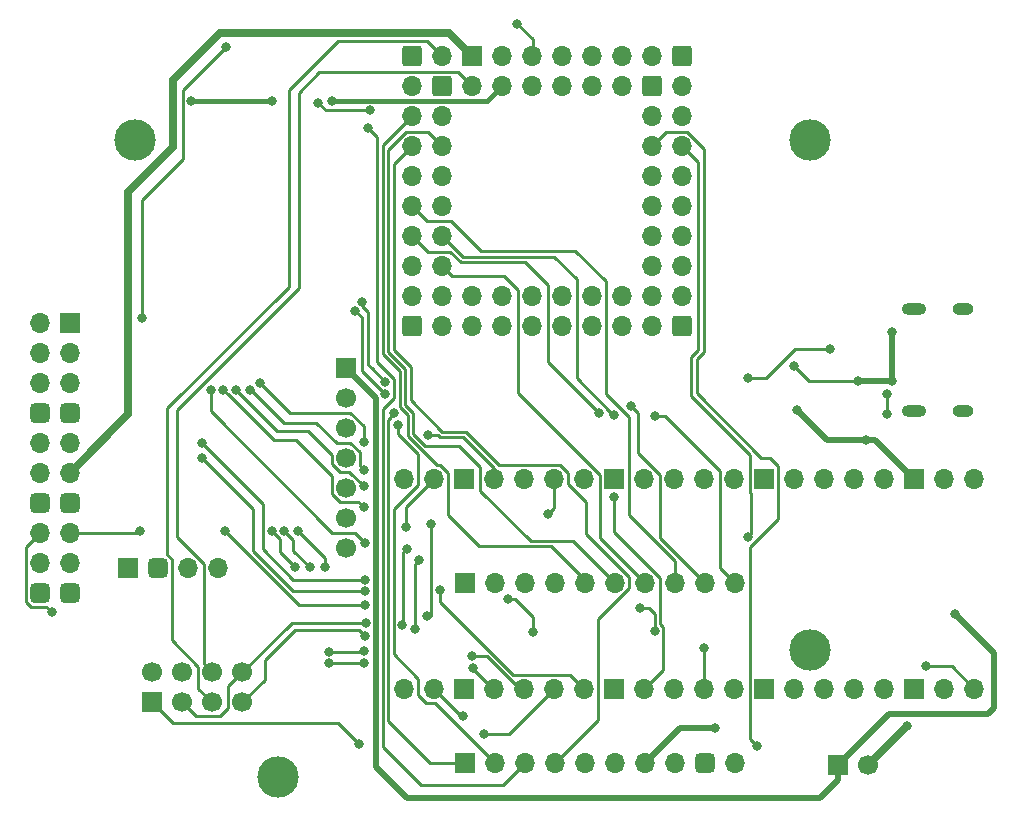
<source format=gbr>
%TF.GenerationSoftware,KiCad,Pcbnew,9.0.1*%
%TF.CreationDate,2025-04-18T18:57:09+02:00*%
%TF.ProjectId,hexapod2_cli,68657861-706f-4643-925f-636c692e6b69,rev?*%
%TF.SameCoordinates,Original*%
%TF.FileFunction,Copper,L2,Bot*%
%TF.FilePolarity,Positive*%
%FSLAX46Y46*%
G04 Gerber Fmt 4.6, Leading zero omitted, Abs format (unit mm)*
G04 Created by KiCad (PCBNEW 9.0.1) date 2025-04-18 18:57:09*
%MOMM*%
%LPD*%
G01*
G04 APERTURE LIST*
G04 Aperture macros list*
%AMRoundRect*
0 Rectangle with rounded corners*
0 $1 Rounding radius*
0 $2 $3 $4 $5 $6 $7 $8 $9 X,Y pos of 4 corners*
0 Add a 4 corners polygon primitive as box body*
4,1,4,$2,$3,$4,$5,$6,$7,$8,$9,$2,$3,0*
0 Add four circle primitives for the rounded corners*
1,1,$1+$1,$2,$3*
1,1,$1+$1,$4,$5*
1,1,$1+$1,$6,$7*
1,1,$1+$1,$8,$9*
0 Add four rect primitives between the rounded corners*
20,1,$1+$1,$2,$3,$4,$5,0*
20,1,$1+$1,$4,$5,$6,$7,0*
20,1,$1+$1,$6,$7,$8,$9,0*
20,1,$1+$1,$8,$9,$2,$3,0*%
%AMOutline5P*
0 Free polygon, 5 corners , with rotation*
0 The origin of the aperture is its center*
0 number of corners: always 5*
0 $1 to $10 corner X, Y*
0 $11 Rotation angle, in degrees counterclockwise*
0 create outline with 5 corners*
4,1,5,$1,$2,$3,$4,$5,$6,$7,$8,$9,$10,$1,$2,$11*%
%AMOutline6P*
0 Free polygon, 6 corners , with rotation*
0 The origin of the aperture is its center*
0 number of corners: always 6*
0 $1 to $12 corner X, Y*
0 $13 Rotation angle, in degrees counterclockwise*
0 create outline with 6 corners*
4,1,6,$1,$2,$3,$4,$5,$6,$7,$8,$9,$10,$11,$12,$1,$2,$13*%
%AMOutline7P*
0 Free polygon, 7 corners , with rotation*
0 The origin of the aperture is its center*
0 number of corners: always 7*
0 $1 to $14 corner X, Y*
0 $15 Rotation angle, in degrees counterclockwise*
0 create outline with 7 corners*
4,1,7,$1,$2,$3,$4,$5,$6,$7,$8,$9,$10,$11,$12,$13,$14,$1,$2,$15*%
%AMOutline8P*
0 Free polygon, 8 corners , with rotation*
0 The origin of the aperture is its center*
0 number of corners: always 8*
0 $1 to $16 corner X, Y*
0 $17 Rotation angle, in degrees counterclockwise*
0 create outline with 8 corners*
4,1,8,$1,$2,$3,$4,$5,$6,$7,$8,$9,$10,$11,$12,$13,$14,$15,$16,$1,$2,$17*%
G04 Aperture macros list end*
%TA.AperFunction,ComponentPad*%
%ADD10R,1.700000X1.700000*%
%TD*%
%TA.AperFunction,ComponentPad*%
%ADD11O,1.700000X1.700000*%
%TD*%
%TA.AperFunction,ComponentPad*%
%ADD12RoundRect,0.425000X0.425000X-0.425000X0.425000X0.425000X-0.425000X0.425000X-0.425000X-0.425000X0*%
%TD*%
%TA.AperFunction,ComponentPad*%
%ADD13C,1.700000*%
%TD*%
%TA.AperFunction,HeatsinkPad*%
%ADD14O,2.100000X1.000000*%
%TD*%
%TA.AperFunction,HeatsinkPad*%
%ADD15O,1.800000X1.000000*%
%TD*%
%TA.AperFunction,ComponentPad*%
%ADD16RoundRect,0.250000X-0.600000X-0.600000X0.600000X-0.600000X0.600000X0.600000X-0.600000X0.600000X0*%
%TD*%
%TA.AperFunction,ComponentPad*%
%ADD17Outline5P,-0.850000X0.510000X-0.510000X0.850000X0.850000X0.850000X0.850000X-0.850000X-0.850000X-0.850000X0.000000*%
%TD*%
%TA.AperFunction,ComponentPad*%
%ADD18RoundRect,0.425000X0.425000X0.425000X-0.425000X0.425000X-0.425000X-0.425000X0.425000X-0.425000X0*%
%TD*%
%TA.AperFunction,ViaPad*%
%ADD19C,3.500000*%
%TD*%
%TA.AperFunction,ViaPad*%
%ADD20C,0.800000*%
%TD*%
%TA.AperFunction,Conductor*%
%ADD21C,0.254000*%
%TD*%
%TA.AperFunction,Conductor*%
%ADD22C,0.250000*%
%TD*%
%TA.AperFunction,Conductor*%
%ADD23C,0.381000*%
%TD*%
%TA.AperFunction,Conductor*%
%ADD24C,0.508000*%
%TD*%
%TA.AperFunction,Conductor*%
%ADD25C,0.635000*%
%TD*%
G04 APERTURE END LIST*
D10*
%TO.P,J2,1,Pin_1*%
%TO.N,unconnected-(J2-Pin_1-Pad1)*%
X131764000Y-109113400D03*
D11*
%TO.P,J2,2,Pin_2*%
%TO.N,unconnected-(J2-Pin_2-Pad2)*%
X134304000Y-109113400D03*
%TO.P,J2,3,Pin_3*%
%TO.N,/V_S_bat*%
X136844000Y-109113400D03*
%TO.P,J2,4,Pin_4*%
%TO.N,/V_pot*%
X139384000Y-109113400D03*
%TO.P,J2,5,Pin_5*%
%TO.N,/TX_SC*%
X141924000Y-109113400D03*
%TO.P,J2,6,Pin_6*%
%TO.N,/RX_SC*%
X144464000Y-109113400D03*
%TO.P,J2,7,Pin_7*%
%TO.N,/SPI_CS_3280*%
X147004000Y-109113400D03*
%TO.P,J2,8,Pin_8*%
%TO.N,/SPI_CLK_3280*%
X149544000Y-109113400D03*
%TO.P,J2,9,Pin_9*%
%TO.N,/SPI_RX_3280*%
X152084000Y-109113400D03*
%TO.P,J2,10,Pin_10*%
%TO.N,/SPI_TX_3280*%
X154624000Y-109113400D03*
%TD*%
%TO.P,U1,1,GPIO0*%
%TO.N,/RX_Cl*%
X174880000Y-100330000D03*
%TO.P,U1,2,GPIO1*%
%TO.N,/TX_Cl*%
X172340000Y-100330000D03*
D10*
%TO.P,U1,3,GND*%
%TO.N,GND1*%
X169800000Y-100330000D03*
D11*
%TO.P,U1,4,GPIO2*%
%TO.N,Net-(U1-GPIO2)*%
X167260000Y-100330000D03*
%TO.P,U1,5,GPIO3*%
%TO.N,Net-(U1-GPIO3)*%
X164720000Y-100330000D03*
%TO.P,U1,6,GPIO4*%
%TO.N,unconnected-(U1-GPIO4-Pad6)*%
X162180000Y-100330000D03*
%TO.P,U1,7,GPIO5*%
%TO.N,unconnected-(U1-GPIO5-Pad7)*%
X159640000Y-100330000D03*
D10*
%TO.P,U1,8,GND*%
%TO.N,unconnected-(U1-GND-Pad8)*%
X157100000Y-100330000D03*
D11*
%TO.P,U1,9,GPIO6*%
%TO.N,unconnected-(U1-GPIO6-Pad9)*%
X154560000Y-100330000D03*
%TO.P,U1,10,GPIO7*%
%TO.N,unconnected-(U1-GPIO7-Pad10)*%
X152020000Y-100330000D03*
%TO.P,U1,11,GPIO8*%
%TO.N,/_TX*%
X149480000Y-100330000D03*
%TO.P,U1,12,GPIO9*%
%TO.N,/_RX*%
X146940000Y-100330000D03*
D10*
%TO.P,U1,13,GND*%
%TO.N,unconnected-(U1-GND-Pad13)*%
X144400000Y-100330000D03*
D11*
%TO.P,U1,14,GPIO10*%
%TO.N,unconnected-(U1-GPIO10-Pad14)*%
X141860000Y-100330000D03*
%TO.P,U1,15,GPIO11*%
%TO.N,/_D2*%
X139320000Y-100330000D03*
%TO.P,U1,16,GPIO12*%
%TO.N,/_SDA*%
X136780000Y-100330000D03*
%TO.P,U1,17,GPIO13*%
%TO.N,/_SCL*%
X134240000Y-100330000D03*
D10*
%TO.P,U1,18,GND*%
%TO.N,unconnected-(U1-GND-Pad18)*%
X131700000Y-100330000D03*
D11*
%TO.P,U1,19,GPIO14*%
%TO.N,/TFT_BL*%
X129160000Y-100330000D03*
%TO.P,U1,20,GPIO15*%
%TO.N,unconnected-(U1-GPIO15-Pad20)*%
X126620000Y-100330000D03*
%TO.P,U1,21,GPIO16*%
%TO.N,/SPI_RX*%
X126620000Y-118110000D03*
%TO.P,U1,22,GPIO17*%
%TO.N,/TFT_CS*%
X129160000Y-118110000D03*
D10*
%TO.P,U1,23,GND*%
%TO.N,GND*%
X131700000Y-118110000D03*
D11*
%TO.P,U1,24,GPIO18*%
%TO.N,/TFT_CLK*%
X134240000Y-118110000D03*
%TO.P,U1,25,GPIO19*%
%TO.N,/TFT_TX*%
X136780000Y-118110000D03*
%TO.P,U1,26,GPIO20*%
%TO.N,/_D0*%
X139320000Y-118110000D03*
%TO.P,U1,27,GPIO21*%
%TO.N,/_D1*%
X141860000Y-118110000D03*
D10*
%TO.P,U1,28,GND*%
%TO.N,unconnected-(U1-GND-Pad28)*%
X144400000Y-118110000D03*
D11*
%TO.P,U1,29,GPIO22*%
%TO.N,/TFT_DC*%
X146940000Y-118110000D03*
%TO.P,U1,30,RUN*%
%TO.N,unconnected-(U1-RUN-Pad30)*%
X149480000Y-118110000D03*
%TO.P,U1,31,GPIO26_ADC0*%
%TO.N,/ADC0*%
X152020000Y-118110000D03*
%TO.P,U1,32,GPIO27_ADC1*%
%TO.N,/ADC1*%
X154560000Y-118110000D03*
D10*
%TO.P,U1,33,AGND*%
%TO.N,unconnected-(U1-AGND-Pad33)*%
X157100000Y-118110000D03*
D11*
%TO.P,U1,34,GPIO28_ADC2*%
%TO.N,/V_pot*%
X159640000Y-118110000D03*
%TO.P,U1,35,ADC_VREF*%
%TO.N,unconnected-(U1-ADC_VREF-Pad35)*%
X162180000Y-118110000D03*
%TO.P,U1,36,3V3*%
%TO.N,+3.3VA*%
X164720000Y-118110000D03*
%TO.P,U1,37,3V3_EN*%
%TO.N,unconnected-(U1-3V3_EN-Pad37)*%
X167260000Y-118110000D03*
D10*
%TO.P,U1,38,GND*%
%TO.N,unconnected-(U1-GND-Pad38)*%
X169800000Y-118110000D03*
D11*
%TO.P,U1,39,VSYS*%
%TO.N,Net-(Q1-S)*%
X172340000Y-118110000D03*
%TO.P,U1,40,VBUS*%
%TO.N,Net-(J8-Pin_2)*%
X174880000Y-118110000D03*
%TD*%
D10*
%TO.P,J1,1,Pin_1*%
%TO.N,/SCL1*%
X131764000Y-124353400D03*
D11*
%TO.P,J1,2,Pin_2*%
%TO.N,/SDA1*%
X134304000Y-124353400D03*
%TO.P,J1,3,Pin_3*%
%TO.N,/LED_y*%
X136844000Y-124353400D03*
%TO.P,J1,4,Pin_4*%
%TO.N,/buzzer*%
X139384000Y-124353400D03*
%TO.P,J1,5,Pin_5*%
%TO.N,unconnected-(J1-Pin_5-Pad5)*%
X141924000Y-124353400D03*
%TO.P,J1,6,Pin_6*%
%TO.N,unconnected-(J1-Pin_6-Pad6)*%
X144464000Y-124353400D03*
%TO.P,J1,7,Pin_7*%
%TO.N,+3.3VA*%
X147004000Y-124353400D03*
%TO.P,J1,8,Pin_8*%
%TO.N,unconnected-(J1-Pin_8-Pad8)*%
X149544000Y-124353400D03*
D12*
%TO.P,J1,9,Pin_9*%
%TO.N,GND*%
X152084000Y-124353400D03*
D11*
%TO.P,J1,10,Pin_10*%
%TO.N,/Bat*%
X154624000Y-124353400D03*
%TD*%
D10*
%TO.P,J7,1,Pin_1*%
%TO.N,+3.3VA*%
X105283000Y-119253000D03*
D13*
%TO.P,J7,2,Pin_2*%
%TO.N,Net-(J7-Pin_2)*%
X105283000Y-116713000D03*
%TO.P,J7,3,Pin_3*%
%TO.N,/TX_Cl*%
X107823000Y-119253000D03*
%TO.P,J7,4,Pin_4*%
%TO.N,/RX_Cl*%
X107823000Y-116713000D03*
%TO.P,J7,5,Pin_5*%
%TO.N,/TX_Srv*%
X110363000Y-119253000D03*
%TO.P,J7,6,Pin_6*%
%TO.N,/RX_Srv*%
X110363000Y-116713000D03*
%TO.P,J7,7,Pin_7*%
%TO.N,/RX_Cl*%
X112903000Y-119253000D03*
%TO.P,J7,8,Pin_8*%
%TO.N,/TX_Cl*%
X112903000Y-116713000D03*
%TD*%
D10*
%TO.P,J5,1,Pin_1*%
%TO.N,+5V*%
X121666000Y-90932000D03*
D13*
%TO.P,J5,2,Pin_2*%
%TO.N,/TFT_CS*%
X121666000Y-93472000D03*
%TO.P,J5,3,Pin_3*%
%TO.N,/TFT_CLK*%
X121666000Y-96012000D03*
%TO.P,J5,4,Pin_4*%
%TO.N,/TFT_TX*%
X121666000Y-98552000D03*
%TO.P,J5,5,Pin_5*%
%TO.N,/TFT_DC*%
X121666000Y-101092000D03*
%TO.P,J5,6,Pin_6*%
%TO.N,/TFT_BL*%
X121666000Y-103632000D03*
%TO.P,J5,7,Pin_7*%
%TO.N,GND*%
X121666000Y-106172000D03*
%TD*%
D10*
%TO.P,J8,1,Pin_1*%
%TO.N,+5V*%
X163322000Y-124587000D03*
D13*
%TO.P,J8,2,Pin_2*%
%TO.N,Net-(J8-Pin_2)*%
X165862000Y-124587000D03*
%TD*%
D10*
%TO.P,J4,1,Pin_1*%
%TO.N,+5V*%
X103200200Y-107848400D03*
D12*
%TO.P,J4,2,Pin_2*%
%TO.N,GND*%
X105740200Y-107848400D03*
D11*
%TO.P,J4,3,Pin_3*%
%TO.N,unconnected-(J4-Pin_3-Pad3)*%
X108280200Y-107848400D03*
%TO.P,J4,4,Pin_4*%
%TO.N,unconnected-(J4-Pin_4-Pad4)*%
X110820200Y-107848400D03*
%TD*%
D14*
%TO.P,J6,S1,SHIELD*%
%TO.N,unconnected-(J6-SHIELD-PadS1)_1*%
X169742000Y-94617000D03*
D15*
%TO.N,unconnected-(J6-SHIELD-PadS1)*%
X173922000Y-94617000D03*
D14*
%TO.N,unconnected-(J6-SHIELD-PadS1)_2*%
X169742000Y-85977000D03*
D15*
%TO.N,unconnected-(J6-SHIELD-PadS1)_3*%
X173922000Y-85977000D03*
%TD*%
D16*
%TO.P,U3,-0*%
%TO.N,N/C*%
X127254000Y-64516000D03*
%TO.P,U3,-1*%
X150114000Y-64516000D03*
%TO.P,U3,-2*%
X129794000Y-67056000D03*
%TO.P,U3,-3*%
X147574000Y-67056000D03*
%TO.P,U3,-4,GND*%
%TO.N,GND*%
X127254000Y-87376000D03*
%TO.P,U3,-5*%
%TO.N,N/C*%
X150114000Y-87376000D03*
D11*
%TO.P,U3,0,GP0*%
%TO.N,/RX_Srv*%
X132334000Y-67056000D03*
%TO.P,U3,1,GP1*%
%TO.N,/TX_Srv*%
X129794000Y-64516000D03*
%TO.P,U3,2,GP2*%
%TO.N,/LED_y*%
X127254000Y-67056000D03*
%TO.P,U3,3,GP3*%
%TO.N,/NPix1*%
X129794000Y-69596000D03*
%TO.P,U3,3E,3V3_EN*%
%TO.N,unconnected-(U3-3V3_EN-Pad3E)*%
X134874000Y-64516000D03*
%TO.P,U3,3V,3V3*%
%TO.N,+3.3V*%
X134874000Y-67056000D03*
%TO.P,U3,4,GP4*%
%TO.N,/TX_SC*%
X127254000Y-69596000D03*
%TO.P,U3,5,GP5*%
%TO.N,/RX_SC*%
X129794000Y-72136000D03*
%TO.P,U3,6,GP6*%
%TO.N,/buzzer*%
X127254000Y-72136000D03*
%TO.P,U3,7,GP7*%
%TO.N,Net-(U3-GP7)*%
X129794000Y-74676000D03*
%TO.P,U3,8,GP8*%
%TO.N,Net-(U3-GP8)*%
X127254000Y-74676000D03*
%TO.P,U3,9,GP9*%
%TO.N,unconnected-(U3-GP9-Pad9)*%
X129794000Y-77216000D03*
%TO.P,U3,10,GP10*%
%TO.N,/SPI_CLK_3280*%
X127254000Y-77216000D03*
%TO.P,U3,11,GP11*%
%TO.N,/SPI_TX_3280*%
X129794000Y-79756000D03*
%TO.P,U3,12,GP12*%
%TO.N,/SPI_RX_3280*%
X127254000Y-79756000D03*
%TO.P,U3,13,GP13*%
%TO.N,/SPI_CS_3280*%
X129794000Y-82296000D03*
%TO.P,U3,14,GP14*%
%TO.N,unconnected-(U3-GP14-Pad14)*%
X127254000Y-82296000D03*
%TO.P,U3,15,GP15*%
%TO.N,unconnected-(U3-GP15-Pad15)*%
X129794000Y-84836000D03*
%TO.P,U3,16,GP16*%
%TO.N,unconnected-(U3-GP16-Pad16)*%
X127254000Y-84836000D03*
%TO.P,U3,17,GP17*%
%TO.N,unconnected-(U3-GP17-Pad17)*%
X129794000Y-87376000D03*
%TO.P,U3,18,GP18*%
%TO.N,/SDA1*%
X132334000Y-87376000D03*
%TO.P,U3,19,GP19*%
%TO.N,/SCL1*%
X132334000Y-84836000D03*
%TO.P,U3,20,GP20*%
%TO.N,unconnected-(U3-GP20-Pad20)*%
X134874000Y-87376000D03*
%TO.P,U3,21,GP21*%
%TO.N,unconnected-(U3-GP21-Pad21)*%
X134874000Y-84836000D03*
%TO.P,U3,22,GP22*%
%TO.N,unconnected-(U3-GP22-Pad22)*%
X137414000Y-87376000D03*
%TO.P,U3,23,GP23*%
%TO.N,unconnected-(U3-GP23-Pad23)*%
X137414000Y-84836000D03*
%TO.P,U3,24,GP24*%
%TO.N,unconnected-(U3-GP24-Pad24)*%
X139954000Y-87376000D03*
%TO.P,U3,25,GP25*%
%TO.N,unconnected-(U3-GP25-Pad25)*%
X139954000Y-84836000D03*
%TO.P,U3,26,GP26*%
%TO.N,unconnected-(U3-GP26-Pad26)*%
X142494000Y-87376000D03*
%TO.P,U3,27,GP27*%
%TO.N,unconnected-(U3-GP27-Pad27)*%
X142494000Y-84836000D03*
%TO.P,U3,28,GP28*%
%TO.N,unconnected-(U3-GP28-Pad28)*%
X145034000Y-87376000D03*
%TO.P,U3,29,GP29*%
%TO.N,unconnected-(U3-GP29-Pad29)*%
X145034000Y-84836000D03*
%TO.P,U3,30,GP30*%
%TO.N,unconnected-(U3-GP30-Pad30)*%
X147574000Y-87376000D03*
%TO.P,U3,31,GP31*%
%TO.N,unconnected-(U3-GP31-Pad31)*%
X147574000Y-84836000D03*
%TO.P,U3,32,GP32*%
%TO.N,unconnected-(U3-GP32-Pad32)*%
X150114000Y-84836000D03*
%TO.P,U3,33,GP33*%
%TO.N,unconnected-(U3-GP33-Pad33)*%
X147574000Y-82296000D03*
%TO.P,U3,34,GP34*%
%TO.N,unconnected-(U3-GP34-Pad34)*%
X150114000Y-82296000D03*
%TO.P,U3,35,GP35*%
%TO.N,unconnected-(U3-GP35-Pad35)*%
X147574000Y-79756000D03*
%TO.P,U3,36,GP36*%
%TO.N,unconnected-(U3-GP36-Pad36)*%
X150114000Y-79756000D03*
%TO.P,U3,37,GP37*%
%TO.N,unconnected-(U3-GP37-Pad37)*%
X147574000Y-77216000D03*
%TO.P,U3,38,GP38*%
%TO.N,unconnected-(U3-GP38-Pad38)*%
X150114000Y-77216000D03*
%TO.P,U3,39,GP39*%
%TO.N,unconnected-(U3-GP39-Pad39)*%
X147574000Y-74676000D03*
%TO.P,U3,40,GP40*%
%TO.N,unconnected-(U3-GP40-Pad40)*%
X150114000Y-74676000D03*
%TO.P,U3,41,GP41*%
%TO.N,/V_L_bat*%
X147574000Y-72136000D03*
%TO.P,U3,42,GP24*%
%TO.N,/V_S_bat*%
X150114000Y-72136000D03*
%TO.P,U3,43,GP43*%
%TO.N,unconnected-(U3-GP43-Pad43)*%
X147574000Y-69596000D03*
%TO.P,U3,44,GP44*%
%TO.N,unconnected-(U3-GP44-Pad44)*%
X150114000Y-69596000D03*
%TO.P,U3,45,GP45*%
%TO.N,unconnected-(U3-GP45-Pad45)*%
X150114000Y-67056000D03*
%TO.P,U3,46,GP46*%
%TO.N,unconnected-(U3-GP46-Pad46)*%
X147574000Y-64516000D03*
%TO.P,U3,47,GP47*%
%TO.N,unconnected-(U3-GP47-Pad47)*%
X145034000Y-67056000D03*
%TO.P,U3,AV,ADC_REF*%
%TO.N,unconnected-(U3-ADC_REF-PadAV)*%
X137414000Y-67056000D03*
%TO.P,U3,BS,BOOT_SEL*%
%TO.N,/BootSel*%
X145034000Y-64516000D03*
%TO.P,U3,RU,RUN*%
%TO.N,/Run*%
X137414000Y-64516000D03*
%TO.P,U3,SC,SWCLK*%
%TO.N,unconnected-(U3-SWCLK-PadSC)*%
X139954000Y-67056000D03*
%TO.P,U3,SD,SWDIO*%
%TO.N,unconnected-(U3-SWDIO-PadSD)*%
X142494000Y-67056000D03*
%TO.P,U3,U+,USB_DP*%
%TO.N,/DP*%
X139954000Y-64516000D03*
%TO.P,U3,U-,USB_DM*%
%TO.N,/DM*%
X142494000Y-64516000D03*
D17*
%TO.P,U3,VB,VBUS*%
%TO.N,+5V*%
X132334000Y-64516000D03*
%TD*%
D10*
%TO.P,J3,1,Pin_1*%
%TO.N,/_SDA*%
X98298000Y-87122000D03*
D11*
%TO.P,J3,2,Pin_2*%
%TO.N,/_TX*%
X95758000Y-87122000D03*
%TO.P,J3,3,Pin_3*%
%TO.N,/_SCL*%
X98298000Y-89662000D03*
%TO.P,J3,4,Pin_4*%
%TO.N,/_RX*%
X95758000Y-89662000D03*
%TO.P,J3,5,Pin_5*%
%TO.N,+3.3V*%
X98298000Y-92202000D03*
%TO.P,J3,6,Pin_6*%
%TO.N,/_D1*%
X95758000Y-92202000D03*
D18*
%TO.P,J3,7,Pin_7*%
%TO.N,GND*%
X98298000Y-94742000D03*
%TO.P,J3,8,Pin_8*%
X95758000Y-94742000D03*
D11*
%TO.P,J3,9,Pin_9*%
%TO.N,/_Ai1*%
X98298000Y-97282000D03*
%TO.P,J3,10,Pin_10*%
%TO.N,/_Ai0*%
X95758000Y-97282000D03*
%TO.P,J3,11,Pin_11*%
%TO.N,+5V*%
X98298000Y-99822000D03*
%TO.P,J3,12,Pin_12*%
X95758000Y-99822000D03*
D18*
%TO.P,J3,13,Pin_13*%
%TO.N,GND*%
X98298000Y-102362000D03*
%TO.P,J3,14,Pin_14*%
X95758000Y-102362000D03*
D11*
%TO.P,J3,15,Pin_15*%
%TO.N,/_D2*%
X98298000Y-104902000D03*
%TO.P,J3,16,Pin_16*%
%TO.N,/_D0*%
X95758000Y-104902000D03*
%TO.P,J3,17,Pin_17*%
%TO.N,+5V*%
X98298000Y-107442000D03*
%TO.P,J3,18,Pin_18*%
X95758000Y-107442000D03*
D18*
%TO.P,J3,19,Pin_19*%
%TO.N,GND*%
X98298000Y-109982000D03*
%TO.P,J3,20,Pin_20*%
X95758000Y-109982000D03*
%TD*%
D19*
%TO.N,*%
X160999400Y-114828400D03*
X115914400Y-125598000D03*
X103824000Y-71648400D03*
X160974000Y-71648400D03*
D20*
%TO.N,/LED_y*%
X123571000Y-70612000D03*
%TO.N,/_SDA*%
X123190000Y-100965000D03*
X112395000Y-92837000D03*
%TO.N,/_SCL*%
X114427000Y-92202000D03*
X128651000Y-96572000D03*
X123190000Y-97188000D03*
%TO.N,/_D2*%
X123317000Y-110998000D03*
X111439681Y-104714319D03*
X128524000Y-111977000D03*
X104267000Y-104714319D03*
X138811000Y-103341000D03*
X128905000Y-104140000D03*
%TO.N,+3.3V*%
X120523000Y-68326000D03*
X115443000Y-68326000D03*
X108585000Y-68326000D03*
%TO.N,/V_S_bat*%
X155738000Y-105247000D03*
%TO.N,/SPI_RX_3280*%
X143117939Y-94743073D03*
X145796000Y-94147067D03*
%TO.N,/SPI_TX_3280*%
X147828000Y-94996000D03*
X144392933Y-94875067D03*
%TO.N,+5V*%
X173228000Y-111760000D03*
%TO.N,/RX_Cl*%
X127889000Y-107188000D03*
X127508000Y-113030000D03*
X123317000Y-113665000D03*
%TO.N,/TX_Cl*%
X126873000Y-106299000D03*
X123352000Y-112522000D03*
X126457000Y-112704000D03*
%TO.N,/SCL1*%
X125720265Y-94751357D03*
%TO.N,/SDA1*%
X126111000Y-95758000D03*
%TO.N,/_D0*%
X133350000Y-121920000D03*
X96774000Y-111633000D03*
%TO.N,/_TX*%
X123190000Y-102743000D03*
X111252000Y-92837000D03*
%TO.N,/V_L_bat*%
X156464000Y-122901000D03*
%TO.N,/NPix1*%
X123698000Y-69116500D03*
X119339368Y-68481500D03*
%TO.N,+3.3VA*%
X122809000Y-122809000D03*
X152908000Y-121412000D03*
%TO.N,/TFT_CS*%
X115406000Y-104775000D03*
X117348000Y-107823000D03*
X131572000Y-120396000D03*
%TO.N,/TFT_CLK*%
X132455933Y-116325933D03*
X116459000Y-104775000D03*
X120269000Y-115951000D03*
X123190000Y-115951000D03*
X118618000Y-107823000D03*
%TO.N,/TFT_TX*%
X117602000Y-104775000D03*
X123190000Y-114935000D03*
X120269000Y-114950997D03*
X132334000Y-115316000D03*
X119888000Y-107823000D03*
%TO.N,/TFT_DC*%
X144399000Y-101891000D03*
%TO.N,/TFT_BL*%
X126746000Y-104394000D03*
%TO.N,/_RX*%
X123190000Y-99568000D03*
X113572076Y-92802923D03*
%TO.N,/_D1*%
X110236000Y-92837000D03*
X123317000Y-105791000D03*
X129667000Y-109765000D03*
%TO.N,/_Ai0*%
X109474000Y-98552000D03*
X146558000Y-111252000D03*
X123317000Y-109855000D03*
X147828000Y-113208000D03*
%TO.N,/_Ai1*%
X137541000Y-113284000D03*
X109474000Y-97282000D03*
X123317000Y-108854997D03*
X135382000Y-110490000D03*
%TO.N,/ADC0*%
X152019000Y-114681000D03*
%TO.N,/Run*%
X111506000Y-63754000D03*
X104394000Y-86741000D03*
X136207500Y-61785500D03*
%TO.N,Net-(U1-GPIO3)*%
X122428000Y-86141000D03*
X125024726Y-93161274D03*
%TO.N,Net-(U1-GPIO2)*%
X123053945Y-85361129D03*
X125025726Y-92134142D03*
%TO.N,Net-(D6-A)*%
X167894000Y-87884000D03*
X167954342Y-92009483D03*
X159632933Y-90798933D03*
X165011136Y-92025642D03*
%TO.N,/STAT*%
X162687000Y-89347000D03*
X155702000Y-91821000D03*
%TO.N,Net-(U2-PROG)*%
X167513000Y-94834000D03*
X167501120Y-93126000D03*
%TO.N,GND1*%
X165735000Y-97028000D03*
X159893000Y-94488000D03*
%TO.N,Net-(J8-Pin_2)*%
X170815000Y-116205000D03*
X169164000Y-121285000D03*
%TD*%
D21*
%TO.N,/LED_y*%
X123571000Y-70612000D02*
X124333000Y-71374000D01*
X124788000Y-123010000D02*
X128016000Y-126238000D01*
X128016000Y-126238000D02*
X134959400Y-126238000D01*
X134959400Y-126238000D02*
X136844000Y-124353400D01*
X124788000Y-94427548D02*
X124788000Y-123010000D01*
X124333000Y-71374000D02*
X124333000Y-90411866D01*
X125752726Y-91831592D02*
X125752726Y-93462822D01*
X124333000Y-90411866D02*
X125752726Y-91831592D01*
X125752726Y-93462822D02*
X124788000Y-94427548D01*
%TO.N,/buzzer*%
X127171433Y-93643433D02*
X129849000Y-96321000D01*
X142045544Y-102294544D02*
X142045544Y-105029000D01*
X129849000Y-96321000D02*
X131820819Y-96321000D01*
X125730000Y-89399532D02*
X127171433Y-90840966D01*
X143038000Y-120699400D02*
X139384000Y-124353400D01*
X127254000Y-72136000D02*
X125730000Y-73660000D01*
X143038000Y-112205344D02*
X143038000Y-120699400D01*
X145642000Y-109601344D02*
X143038000Y-112205344D01*
X134620000Y-99120181D02*
X139776125Y-99120181D01*
X140498000Y-100747000D02*
X142045544Y-102294544D01*
X131820819Y-96321000D02*
X134620000Y-99120181D01*
X139776125Y-99120181D02*
X140498000Y-99842056D01*
X142045544Y-105029000D02*
X145642000Y-108625456D01*
X125730000Y-73660000D02*
X125730000Y-89399532D01*
X140498000Y-99842056D02*
X140498000Y-100747000D01*
X145642000Y-108625456D02*
X145642000Y-109601344D01*
X127171433Y-90840966D02*
X127171433Y-93643433D01*
%TO.N,/TX_SC*%
X127254000Y-69596000D02*
X124788000Y-72062000D01*
X139065000Y-106045000D02*
X141924000Y-108904000D01*
X124788000Y-89744468D02*
X126261433Y-91217901D01*
X129369532Y-99152000D02*
X129647944Y-99152000D01*
X129647944Y-99152000D02*
X130338000Y-99842056D01*
X126926000Y-96708468D02*
X129369532Y-99152000D01*
X141924000Y-108904000D02*
X141924000Y-109113400D01*
X130338000Y-103414000D02*
X132969000Y-106045000D01*
X130338000Y-99842056D02*
X130338000Y-103414000D01*
X126261433Y-94265901D02*
X126926000Y-94930468D01*
X126926000Y-94930468D02*
X126926000Y-96708468D01*
X126261433Y-91217901D02*
X126261433Y-94265901D01*
X124788000Y-72062000D02*
X124788000Y-89744468D01*
X132969000Y-106045000D02*
X139065000Y-106045000D01*
%TO.N,/RX_SC*%
X133062000Y-99336000D02*
X133062000Y-101312000D01*
X133062000Y-101312000D02*
X137340000Y-105590000D01*
X128616000Y-70958000D02*
X126766056Y-70958000D01*
X127381000Y-94742000D02*
X127381000Y-96520000D01*
X126716433Y-91029433D02*
X126716433Y-94077433D01*
X126716433Y-94077433D02*
X127381000Y-94742000D01*
X125243000Y-89556000D02*
X126716433Y-91029433D01*
X140940600Y-105590000D02*
X144464000Y-109113400D01*
X128363000Y-97502000D02*
X131228000Y-97502000D01*
X127381000Y-96520000D02*
X128363000Y-97502000D01*
X129794000Y-72136000D02*
X128616000Y-70958000D01*
X126766056Y-70958000D02*
X125243000Y-72481056D01*
X137340000Y-105590000D02*
X140940600Y-105590000D01*
X131228000Y-97502000D02*
X133062000Y-99336000D01*
X125243000Y-72481056D02*
X125243000Y-89556000D01*
D22*
%TO.N,/_SDA*%
X118510968Y-96285968D02*
X115843968Y-96285968D01*
X120490000Y-99039116D02*
X120490000Y-98265000D01*
X122842000Y-100617000D02*
X122842000Y-100604884D01*
X122141000Y-99916000D02*
X121953000Y-99728000D01*
X120490000Y-98265000D02*
X118510968Y-96285968D01*
X122842000Y-100604884D02*
X122153116Y-99916000D01*
X115843968Y-96285968D02*
X112395000Y-92837000D01*
X123190000Y-100965000D02*
X122842000Y-100617000D01*
X121953000Y-99728000D02*
X121178884Y-99728000D01*
X122153116Y-99916000D02*
X122141000Y-99916000D01*
X121178884Y-99728000D02*
X120490000Y-99039116D01*
%TO.N,/_SCL*%
X134240000Y-99380820D02*
X134240000Y-100330000D01*
X128651000Y-96572000D02*
X129459361Y-96572000D01*
X129459361Y-96572000D02*
X129661362Y-96774000D01*
X129661362Y-96774000D02*
X131633180Y-96774000D01*
X122059116Y-94742000D02*
X116967000Y-94742000D01*
X123190000Y-97188000D02*
X123190000Y-95872884D01*
X123190000Y-95872884D02*
X122059116Y-94742000D01*
X116967000Y-94742000D02*
X114427000Y-92202000D01*
X131633180Y-96774000D02*
X134240000Y-99380820D01*
D21*
%TO.N,/_D2*%
X98552000Y-104648000D02*
X98298000Y-104902000D01*
X138811000Y-103341000D02*
X139320000Y-102832000D01*
X128905000Y-111940000D02*
X128868000Y-111977000D01*
X104267000Y-104714319D02*
X104079319Y-104902000D01*
X104079319Y-104902000D02*
X98298000Y-104902000D01*
X128868000Y-111977000D02*
X128524000Y-111977000D01*
X139320000Y-102832000D02*
X139320000Y-100330000D01*
X128905000Y-104140000D02*
X128905000Y-111940000D01*
X111439681Y-104714319D02*
X117723362Y-110998000D01*
X111439681Y-104714319D02*
X111373362Y-104648000D01*
X117723362Y-110998000D02*
X123317000Y-110998000D01*
D23*
%TO.N,+3.3V*%
X134874000Y-67056000D02*
X133604000Y-68326000D01*
X133604000Y-68326000D02*
X120523000Y-68326000D01*
X115443000Y-68326000D02*
X108585000Y-68326000D01*
D21*
%TO.N,/V_S_bat*%
X150876000Y-93286000D02*
X150876000Y-90043000D01*
X150876000Y-90043000D02*
X151511000Y-89408000D01*
X155956000Y-105029000D02*
X155956000Y-101508000D01*
X151511000Y-89408000D02*
X151511000Y-73533000D01*
X155738000Y-105247000D02*
X155956000Y-105029000D01*
X155922000Y-101508000D02*
X155922000Y-98332000D01*
X155956000Y-101508000D02*
X155922000Y-101508000D01*
X151511000Y-73533000D02*
X150114000Y-72136000D01*
X155922000Y-98332000D02*
X150876000Y-93286000D01*
%TO.N,/SPI_CS_3280*%
X143222000Y-105331400D02*
X147004000Y-109113400D01*
X130644000Y-83146000D02*
X135033944Y-83146000D01*
X136236000Y-93040056D02*
X143222000Y-100026056D01*
X129794000Y-82296000D02*
X130644000Y-83146000D01*
X136236000Y-84348056D02*
X136236000Y-93040056D01*
X135033944Y-83146000D02*
X136236000Y-84348056D01*
X143222000Y-100026056D02*
X143222000Y-105331400D01*
%TO.N,/SPI_CLK_3280*%
X145669000Y-95123000D02*
X145669000Y-103378000D01*
X141097000Y-81026000D02*
X143672000Y-83601000D01*
X143672000Y-93126000D02*
X145669000Y-95123000D01*
X128524000Y-78486000D02*
X130556000Y-78486000D01*
X130556000Y-78486000D02*
X133096000Y-81026000D01*
X145669000Y-103378000D02*
X149544000Y-107253000D01*
X127254000Y-77216000D02*
X128524000Y-78486000D01*
X143672000Y-83601000D02*
X143672000Y-93126000D01*
X133096000Y-81026000D02*
X141097000Y-81026000D01*
X149544000Y-107253000D02*
X149544000Y-109113400D01*
%TO.N,/SPI_RX_3280*%
X131383533Y-81989000D02*
X136853000Y-81989000D01*
X128616000Y-81118000D02*
X130512532Y-81118000D01*
X146431000Y-98155056D02*
X148302000Y-100026056D01*
X127254000Y-79756000D02*
X128616000Y-81118000D01*
X138776000Y-83912000D02*
X138776000Y-90389000D01*
X148302000Y-105331400D02*
X152084000Y-109113400D01*
X145796000Y-94147067D02*
X146431000Y-94782067D01*
X138776000Y-90389000D02*
X142875000Y-94488000D01*
X142875000Y-94500134D02*
X143117939Y-94743073D01*
X136853000Y-81989000D02*
X138776000Y-83912000D01*
X146431000Y-94782067D02*
X146431000Y-98155056D01*
X148302000Y-100026056D02*
X148302000Y-105331400D01*
X130512532Y-81118000D02*
X131383533Y-81989000D01*
X142875000Y-94488000D02*
X142875000Y-94500134D01*
%TO.N,/SPI_TX_3280*%
X141224000Y-91821000D02*
X144145000Y-94742000D01*
X131572000Y-81534000D02*
X139319000Y-81534000D01*
X148717000Y-94996000D02*
X153382000Y-99661000D01*
X144278067Y-94875067D02*
X144392933Y-94875067D01*
X144145000Y-94742000D02*
X144278067Y-94875067D01*
X141224000Y-83439000D02*
X141224000Y-83693000D01*
X147828000Y-94996000D02*
X148717000Y-94996000D01*
X129794000Y-79756000D02*
X131572000Y-81534000D01*
X139319000Y-81534000D02*
X141224000Y-83439000D01*
X141224000Y-83693000D02*
X141224000Y-91821000D01*
X153382000Y-107871400D02*
X154624000Y-109113400D01*
X153382000Y-99661000D02*
X153382000Y-107871400D01*
D24*
%TO.N,+5V*%
X176530000Y-119761000D02*
X176022000Y-120269000D01*
D25*
X98298000Y-99822000D02*
X103251000Y-94869000D01*
D24*
X167640000Y-120269000D02*
X163322000Y-124587000D01*
X163322000Y-125857000D02*
X163322000Y-124587000D01*
D25*
X103251000Y-76073000D02*
X104013000Y-75311000D01*
X107061000Y-66548000D02*
X110998000Y-62611000D01*
D24*
X176530000Y-115062000D02*
X176530000Y-119761000D01*
X121666000Y-90932000D02*
X124206000Y-93472000D01*
X124206000Y-93472000D02*
X124206000Y-124714000D01*
X173228000Y-111760000D02*
X176530000Y-115062000D01*
D25*
X103251000Y-94869000D02*
X103251000Y-76073000D01*
X130429000Y-62611000D02*
X132334000Y-64516000D01*
D24*
X161798000Y-127381000D02*
X163322000Y-125857000D01*
D25*
X107061000Y-72263000D02*
X107061000Y-66548000D01*
X110998000Y-62611000D02*
X130429000Y-62611000D01*
D24*
X126873000Y-127381000D02*
X161798000Y-127381000D01*
D25*
X104013000Y-75311000D02*
X107061000Y-72263000D01*
D24*
X124206000Y-124714000D02*
X126873000Y-127381000D01*
X176022000Y-120269000D02*
X167640000Y-120269000D01*
D21*
%TO.N,/RX_Cl*%
X117348000Y-113157000D02*
X117475000Y-113157000D01*
X127508000Y-107569000D02*
X127889000Y-107188000D01*
X127508000Y-113030000D02*
X127508000Y-107569000D01*
X114808000Y-115697000D02*
X117348000Y-113157000D01*
X117475000Y-113157000D02*
X122809000Y-113157000D01*
X114808000Y-117348000D02*
X114808000Y-115697000D01*
X122809000Y-113157000D02*
X123317000Y-113665000D01*
X112903000Y-119253000D02*
X114808000Y-117348000D01*
%TO.N,/TX_Cl*%
X126492000Y-112669000D02*
X126492000Y-106680000D01*
X112903000Y-116713000D02*
X117094000Y-112522000D01*
X107823000Y-119253000D02*
X109001000Y-120431000D01*
X117094000Y-112522000D02*
X123352000Y-112522000D01*
X111725000Y-119740944D02*
X111725000Y-117891000D01*
X126492000Y-106553000D02*
X126746000Y-106299000D01*
X126492000Y-106680000D02*
X126492000Y-106553000D01*
X111034944Y-120431000D02*
X111725000Y-119740944D01*
X126457000Y-112704000D02*
X126492000Y-112669000D01*
X126746000Y-106299000D02*
X126873000Y-106299000D01*
X111725000Y-117891000D02*
X112903000Y-116713000D01*
X109001000Y-120431000D02*
X111034944Y-120431000D01*
%TO.N,/SCL1*%
X125720265Y-94751357D02*
X125515000Y-94956622D01*
X125515000Y-94956622D02*
X125515000Y-95053903D01*
X128798400Y-124353400D02*
X131764000Y-124353400D01*
X125243000Y-120798000D02*
X128798400Y-124353400D01*
X125243000Y-95325903D02*
X125243000Y-120798000D01*
X125515000Y-95053903D02*
X125243000Y-95325903D01*
%TO.N,/SDA1*%
X127798000Y-118597944D02*
X127798000Y-117257000D01*
X134112000Y-124161400D02*
X134304000Y-124353400D01*
X125730000Y-115189000D02*
X125730000Y-102885944D01*
X127798000Y-117257000D02*
X125730000Y-115189000D01*
X128488056Y-119288000D02*
X127798000Y-118597944D01*
X127798000Y-98223936D02*
X126111000Y-96536936D01*
X125730000Y-102885944D02*
X127798000Y-100817944D01*
X134304000Y-124353400D02*
X129238600Y-119288000D01*
X127798000Y-100817944D02*
X127798000Y-98223936D01*
X126111000Y-96536936D02*
X126111000Y-95758000D01*
X129238600Y-119288000D02*
X128488056Y-119288000D01*
%TO.N,/_D0*%
X133350000Y-121920000D02*
X135510000Y-121920000D01*
X96301000Y-111160000D02*
X95021096Y-111160000D01*
X95021096Y-111160000D02*
X94580000Y-110718904D01*
X96774000Y-111633000D02*
X96301000Y-111160000D01*
X94580000Y-110718904D02*
X94580000Y-106080000D01*
X94580000Y-106080000D02*
X95758000Y-104902000D01*
X135510000Y-121920000D02*
X139320000Y-118110000D01*
D22*
%TO.N,/_TX*%
X120490000Y-100043000D02*
X117475000Y-97028000D01*
X123190000Y-102743000D02*
X122715000Y-102268000D01*
X111669000Y-93137720D02*
X111669000Y-93127000D01*
X117475000Y-97028000D02*
X115570000Y-97028000D01*
X111394997Y-92852997D02*
X111267997Y-92852997D01*
X115570000Y-97028000D02*
X112105000Y-93563000D01*
X112105000Y-93563000D02*
X112094280Y-93563000D01*
X120490000Y-101579116D02*
X120490000Y-100043000D01*
X112094280Y-93563000D02*
X111669000Y-93137720D01*
X121178884Y-102268000D02*
X120490000Y-101579116D01*
X111267997Y-92852997D02*
X111252000Y-92837000D01*
X111669000Y-93127000D02*
X111394997Y-92852997D01*
X122715000Y-102268000D02*
X121178884Y-102268000D01*
D21*
%TO.N,/V_L_bat*%
X155922000Y-122359000D02*
X156464000Y-122901000D01*
X148752000Y-70958000D02*
X150601944Y-70958000D01*
X152019000Y-72375056D02*
X152019000Y-85978190D01*
X151384000Y-93091000D02*
X156845000Y-98552000D01*
X156845000Y-98552000D02*
X157607000Y-98552000D01*
X158278000Y-99223000D02*
X158278000Y-103736548D01*
X152019000Y-85978190D02*
X152018190Y-85978190D01*
X152018190Y-85978190D02*
X152019000Y-85979000D01*
X152019000Y-89543468D02*
X151384000Y-90178468D01*
X155922000Y-106092548D02*
X155922000Y-122359000D01*
X157607000Y-98552000D02*
X158278000Y-99223000D01*
X158278000Y-103736548D02*
X155922000Y-106092548D01*
X152019000Y-85979000D02*
X152019000Y-89543468D01*
X151384000Y-90178468D02*
X151384000Y-93091000D01*
X150601944Y-70958000D02*
X152019000Y-72375056D01*
X147574000Y-72136000D02*
X148752000Y-70958000D01*
%TO.N,/NPix1*%
X119339368Y-68481500D02*
X119974368Y-69116500D01*
X119974368Y-69116500D02*
X123698000Y-69116500D01*
%TO.N,+3.3VA*%
X105283000Y-119253000D02*
X107061000Y-121031000D01*
X107061000Y-121031000D02*
X114808000Y-121031000D01*
X114808000Y-121031000D02*
X121031000Y-121031000D01*
D24*
X149945400Y-121412000D02*
X147004000Y-124353400D01*
D21*
X121031000Y-121031000D02*
X122809000Y-122809000D01*
D24*
X152908000Y-121412000D02*
X149945400Y-121412000D01*
D21*
%TO.N,/TFT_CS*%
X115406000Y-104775000D02*
X116078000Y-105447000D01*
X116078000Y-105447000D02*
X116078000Y-106553000D01*
X116078000Y-106553000D02*
X117348000Y-107823000D01*
X131446000Y-120396000D02*
X129160000Y-118110000D01*
X131572000Y-120396000D02*
X131446000Y-120396000D01*
%TO.N,/TFT_CLK*%
X132455933Y-116325933D02*
X132455933Y-116453933D01*
X132455933Y-116453933D02*
X134112000Y-118110000D01*
X120269000Y-115951000D02*
X123190000Y-115951000D01*
X134112000Y-118110000D02*
X134240000Y-118110000D01*
X116459000Y-104775000D02*
X117221000Y-105537000D01*
X117221000Y-106426000D02*
X118618000Y-107823000D01*
X117221000Y-105537000D02*
X117221000Y-106426000D01*
%TO.N,/TFT_TX*%
X132334000Y-115316000D02*
X133598362Y-115316000D01*
X119888000Y-107061000D02*
X119888000Y-107823000D01*
X120269000Y-114950997D02*
X123174003Y-114950997D01*
X123174003Y-114950997D02*
X123190000Y-114935000D01*
X136392362Y-118110000D02*
X136780000Y-118110000D01*
X117602000Y-104775000D02*
X119888000Y-107061000D01*
X133598362Y-115316000D02*
X136392362Y-118110000D01*
%TO.N,/TFT_DC*%
X148556000Y-112906452D02*
X148556000Y-116494000D01*
X148556000Y-116494000D02*
X146940000Y-118110000D01*
X148281000Y-108724456D02*
X148281000Y-112631452D01*
X144399000Y-101891000D02*
X144399000Y-104842456D01*
X144399000Y-104842456D02*
X148281000Y-108724456D01*
X148281000Y-112631452D02*
X148556000Y-112906452D01*
%TO.N,/TFT_BL*%
X126746000Y-102744000D02*
X129160000Y-100330000D01*
X126746000Y-104394000D02*
X126746000Y-102744000D01*
D22*
%TO.N,/_RX*%
X122842000Y-98064884D02*
X122059116Y-97282000D01*
X113734092Y-92895847D02*
X113665000Y-92895847D01*
X122059116Y-97282000D02*
X120904000Y-97282000D01*
X116399213Y-95560968D02*
X113734092Y-92895847D01*
X120904000Y-97282000D02*
X119182968Y-95560968D01*
X123190000Y-99568000D02*
X122842000Y-99220000D01*
X113665000Y-92895847D02*
X113572076Y-92802923D01*
X119182968Y-95560968D02*
X116399213Y-95560968D01*
X122842000Y-99220000D02*
X122842000Y-98064884D01*
%TO.N,/_D1*%
X110236000Y-94615000D02*
X120523000Y-104902000D01*
X110236000Y-92837000D02*
X110236000Y-94615000D01*
X135857000Y-116934000D02*
X140684000Y-116934000D01*
X129667000Y-110744000D02*
X135857000Y-116934000D01*
X122428000Y-104902000D02*
X123317000Y-105791000D01*
X140684000Y-116934000D02*
X141860000Y-118110000D01*
X120523000Y-104902000D02*
X122428000Y-104902000D01*
X129667000Y-109765000D02*
X129667000Y-110744000D01*
%TO.N,/_Ai0*%
X147828000Y-111760000D02*
X147828000Y-113208000D01*
X146558000Y-111252000D02*
X147320000Y-111252000D01*
X113792000Y-106426000D02*
X117221000Y-109855000D01*
X117221000Y-109855000D02*
X123317000Y-109855000D01*
X113792000Y-102870000D02*
X113792000Y-106426000D01*
X147320000Y-111252000D02*
X147828000Y-111760000D01*
X109474000Y-98552000D02*
X113792000Y-102870000D01*
%TO.N,/_Ai1*%
X109474000Y-97282000D02*
X114681000Y-102489000D01*
X114681000Y-102489000D02*
X114681000Y-106299000D01*
X137541000Y-112014000D02*
X137541000Y-113284000D01*
X117236997Y-108854997D02*
X123317000Y-108854997D01*
X114681000Y-106299000D02*
X117236997Y-108854997D01*
X135382000Y-110490000D02*
X136017000Y-110490000D01*
X136017000Y-110490000D02*
X137541000Y-112014000D01*
X137541000Y-113284000D02*
X137477500Y-113220500D01*
D21*
%TO.N,/ADC0*%
X152020000Y-114682000D02*
X152020000Y-118110000D01*
X152019000Y-114681000D02*
X152020000Y-114682000D01*
%TO.N,/RX_Srv*%
X117676000Y-84205232D02*
X107373200Y-94508032D01*
X131156000Y-65878000D02*
X119415000Y-65878000D01*
X109642200Y-107544456D02*
X109642200Y-115992200D01*
X107373200Y-105275456D02*
X109642200Y-107544456D01*
X107373200Y-94508032D02*
X107373200Y-105275456D01*
X119415000Y-65878000D02*
X117676000Y-67617000D01*
X132334000Y-67056000D02*
X131156000Y-65878000D01*
X117676000Y-67617000D02*
X117676000Y-84205232D01*
X109642200Y-115992200D02*
X110363000Y-116713000D01*
%TO.N,/Run*%
X136207500Y-61785500D02*
X137541000Y-63119000D01*
X137541000Y-63119000D02*
X137541000Y-64389000D01*
X107857000Y-67403000D02*
X111506000Y-63754000D01*
X104394000Y-76708000D02*
X107857000Y-73245000D01*
X107857000Y-73245000D02*
X107857000Y-67403000D01*
X137541000Y-64389000D02*
X137414000Y-64516000D01*
X104394000Y-86741000D02*
X104394000Y-76708000D01*
%TO.N,Net-(U1-GPIO3)*%
X125024726Y-93161274D02*
X123063000Y-91199548D01*
X122520000Y-86141000D02*
X122428000Y-86141000D01*
X123063000Y-86684000D02*
X122520000Y-86141000D01*
X123063000Y-91199548D02*
X123063000Y-86684000D01*
%TO.N,Net-(U1-GPIO2)*%
X123571000Y-90678000D02*
X123571000Y-86233000D01*
X123870293Y-90977293D02*
X123571000Y-90678000D01*
X123870293Y-90978709D02*
X123870293Y-90977293D01*
X125025726Y-92134142D02*
X123870293Y-90978709D01*
X123571000Y-86233000D02*
X123053945Y-85715945D01*
X123053945Y-85715945D02*
X123053945Y-85361129D01*
%TO.N,/TX_Srv*%
X116840000Y-67437000D02*
X116840000Y-84074000D01*
X128534500Y-63256500D02*
X121020500Y-63256500D01*
X121020500Y-63256500D02*
X116840000Y-67437000D01*
X109185000Y-116225056D02*
X109185000Y-118075000D01*
X106918200Y-107111496D02*
X106918200Y-113958256D01*
X106553000Y-106746296D02*
X106918200Y-107111496D01*
X129794000Y-64516000D02*
X128534500Y-63256500D01*
X116840000Y-84074000D02*
X106553000Y-94361000D01*
X106918200Y-113958256D02*
X109185000Y-116225056D01*
X106553000Y-94361000D02*
X106553000Y-106746296D01*
X109185000Y-118075000D02*
X110363000Y-119253000D01*
%TO.N,Net-(D6-A)*%
X159632933Y-90798933D02*
X160859642Y-92025642D01*
D24*
X167888825Y-92075000D02*
X165060494Y-92075000D01*
D21*
X160859642Y-92025642D02*
X165011136Y-92025642D01*
D24*
X165060494Y-92075000D02*
X165011136Y-92025642D01*
X167954342Y-92009483D02*
X167894000Y-91949141D01*
X167954342Y-92009483D02*
X167888825Y-92075000D01*
X167894000Y-91949141D02*
X167894000Y-87884000D01*
D21*
%TO.N,/STAT*%
X159700000Y-89347000D02*
X162687000Y-89347000D01*
X155702000Y-91821000D02*
X157226000Y-91821000D01*
X157226000Y-91821000D02*
X159700000Y-89347000D01*
%TO.N,Net-(U2-PROG)*%
X167513000Y-94742000D02*
X167513000Y-94834000D01*
X167501120Y-93126000D02*
X167501120Y-94730120D01*
X167501120Y-94730120D02*
X167513000Y-94742000D01*
D24*
%TO.N,GND1*%
X165735000Y-97028000D02*
X162433000Y-97028000D01*
X166498000Y-97028000D02*
X165735000Y-97028000D01*
X162433000Y-97028000D02*
X159893000Y-94488000D01*
X169800000Y-100330000D02*
X166498000Y-97028000D01*
X165735000Y-97028000D02*
X165862000Y-97028000D01*
D21*
%TO.N,Net-(J8-Pin_2)*%
X172975000Y-116205000D02*
X174880000Y-118110000D01*
D25*
X169164000Y-121285000D02*
X165862000Y-124587000D01*
D21*
X170815000Y-116205000D02*
X172975000Y-116205000D01*
%TD*%
M02*

</source>
